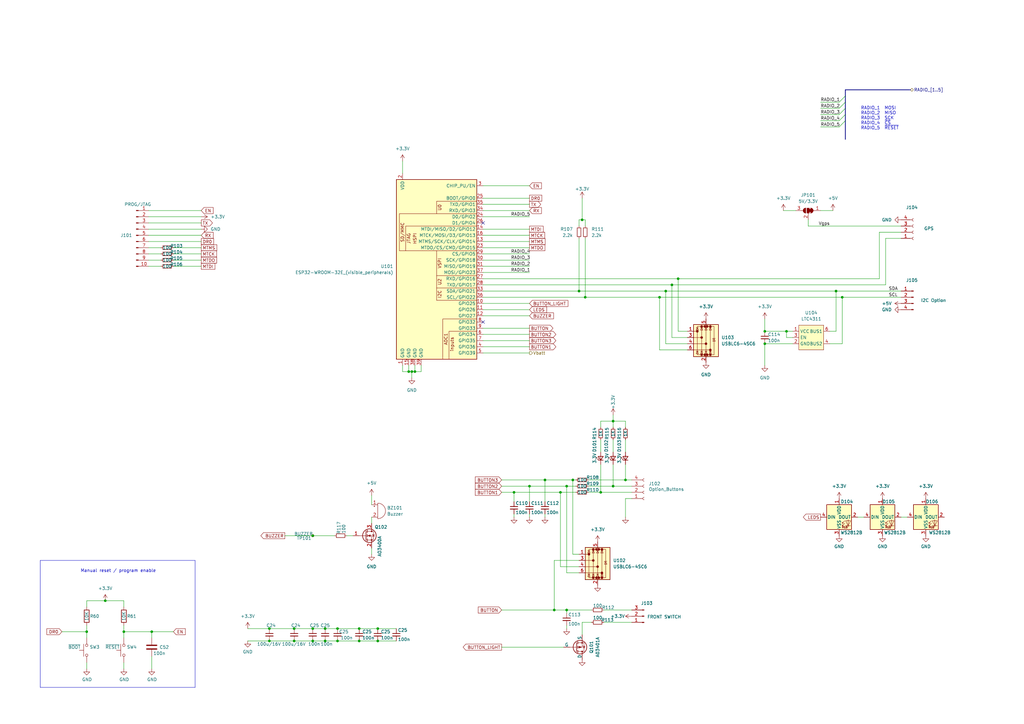
<source format=kicad_sch>
(kicad_sch (version 20231120) (generator "eeschema") (generator_version "8.0")
  (paper "A3")
  (junction (at 35.56 259.08))
  (junction (at 278.13 114.3))
  (junction (at 128.27 262.89))
  (junction (at 223.52 196.85))
  (junction (at 313.69 140.97))
  (junction (at 138.43 257.81))
  (junction (at 232.41 199.39))
  (junction (at 128.27 257.81))
  (junction (at 50.8 259.08))
  (junction (at 232.41 250.19))
  (junction (at 256.54 196.85))
  (junction (at 154.94 257.81))
  (junction (at 154.94 262.89))
  (junction (at 120.65 262.89))
  (junction (at 167.64 152.4))
  (junction (at 110.49 262.89))
  (junction (at 128.27 219.71))
  (junction (at 43.18 246.38))
  (junction (at 133.35 257.81))
  (junction (at 133.35 262.89))
  (junction (at 313.69 135.89))
  (junction (at 138.43 262.89))
  (junction (at 170.18 152.4))
  (junction (at 345.44 121.92))
  (junction (at 275.59 116.84))
  (junction (at 270.51 121.92))
  (junction (at 240.03 121.92))
  (junction (at 62.23 259.08))
  (junction (at 251.46 199.39))
  (junction (at 210.82 201.93))
  (junction (at 342.9 119.38))
  (junction (at 234.95 196.85))
  (junction (at 238.76 90.17))
  (junction (at 229.87 201.93))
  (junction (at 120.65 257.81))
  (junction (at 147.32 262.89))
  (junction (at 227.33 250.19))
  (junction (at 237.49 119.38))
  (junction (at 322.58 135.89))
  (junction (at 110.49 257.81))
  (junction (at 147.32 257.81))
  (junction (at 217.17 199.39))
  (junction (at 246.38 201.93))
  (junction (at 168.91 152.4))
  (junction (at 251.46 172.72))
  (junction (at 273.05 119.38))
  (no_connect (at 198.12 132.08))
  (no_connect (at 198.12 91.44))
  (bus_entry (at 346.71 46.99) (size -2.54 2.54))
  (bus_entry (at 346.71 49.53) (size -2.54 2.54))
  (bus_entry (at 346.71 44.45) (size -2.54 2.54))
  (bus_entry (at 346.71 41.91) (size -2.54 2.54))
  (bus_entry (at 346.71 39.37) (size -2.54 2.54))
  (wire (pts (xy 205.74 196.85) (xy 223.52 196.85)))
  (wire (pts (xy 217.17 96.52) (xy 198.12 96.52)))
  (wire (pts (xy 110.49 257.81) (xy 120.65 257.81)))
  (wire (pts (xy 198.12 129.54) (xy 217.17 129.54)))
  (wire (pts (xy 232.41 234.95) (xy 237.49 234.95)))
  (wire (pts (xy 210.82 201.93) (xy 210.82 205.74)))
  (wire (pts (xy 198.12 104.14) (xy 217.17 104.14)))
  (wire (pts (xy 82.55 109.22) (xy 71.12 109.22)))
  (wire (pts (xy 205.74 265.43) (xy 231.14 265.43)))
  (wire (pts (xy 82.55 99.06) (xy 60.96 99.06)))
  (bus (pts (xy 346.71 46.99) (xy 346.71 49.53)))
  (wire (pts (xy 240.03 121.92) (xy 270.51 121.92)))
  (wire (pts (xy 198.12 109.22) (xy 217.17 109.22)))
  (wire (pts (xy 128.27 219.71) (xy 137.16 219.71)))
  (wire (pts (xy 281.94 143.51) (xy 270.51 143.51)))
  (wire (pts (xy 363.22 97.79) (xy 363.22 116.84)))
  (wire (pts (xy 251.46 172.72) (xy 251.46 175.26)))
  (wire (pts (xy 168.91 152.4) (xy 168.91 154.94)))
  (wire (pts (xy 238.76 81.28) (xy 238.76 90.17)))
  (wire (pts (xy 82.55 101.6) (xy 71.12 101.6)))
  (wire (pts (xy 152.4 212.09) (xy 152.4 214.63)))
  (wire (pts (xy 336.55 49.53) (xy 344.17 49.53)))
  (wire (pts (xy 275.59 116.84) (xy 198.12 116.84)))
  (wire (pts (xy 237.49 229.87) (xy 227.33 229.87)))
  (wire (pts (xy 120.65 262.89) (xy 128.27 262.89)))
  (wire (pts (xy 168.91 152.4) (xy 170.18 152.4)))
  (wire (pts (xy 256.54 204.47) (xy 256.54 212.09)))
  (wire (pts (xy 217.17 210.82) (xy 217.17 212.09)))
  (wire (pts (xy 198.12 142.24) (xy 217.17 142.24)))
  (wire (pts (xy 82.55 106.68) (xy 71.12 106.68)))
  (polyline (pts (xy 16.51 229.87) (xy 80.01 229.87)))
  (wire (pts (xy 138.43 257.81) (xy 147.32 257.81)))
  (wire (pts (xy 270.51 121.92) (xy 345.44 121.92)))
  (wire (pts (xy 217.17 199.39) (xy 232.41 199.39)))
  (wire (pts (xy 232.41 250.19) (xy 242.57 250.19)))
  (wire (pts (xy 238.76 90.17) (xy 240.03 90.17)))
  (wire (pts (xy 278.13 114.3) (xy 360.68 114.3)))
  (wire (pts (xy 210.82 201.93) (xy 229.87 201.93)))
  (wire (pts (xy 116.84 219.71) (xy 128.27 219.71)))
  (wire (pts (xy 325.12 140.97) (xy 313.69 140.97)))
  (wire (pts (xy 256.54 196.85) (xy 259.08 196.85)))
  (wire (pts (xy 133.35 262.89) (xy 138.43 262.89)))
  (wire (pts (xy 322.58 138.43) (xy 322.58 135.89)))
  (wire (pts (xy 170.18 152.4) (xy 172.72 152.4)))
  (wire (pts (xy 351.79 212.09) (xy 354.33 212.09)))
  (wire (pts (xy 270.51 143.51) (xy 270.51 121.92)))
  (wire (pts (xy 325.12 135.89) (xy 322.58 135.89)))
  (wire (pts (xy 336.55 41.91) (xy 344.17 41.91)))
  (wire (pts (xy 35.56 246.38) (xy 43.18 246.38)))
  (wire (pts (xy 281.94 135.89) (xy 278.13 135.89)))
  (wire (pts (xy 82.55 88.9) (xy 60.96 88.9)))
  (wire (pts (xy 251.46 180.34) (xy 251.46 185.42)))
  (wire (pts (xy 198.12 144.78) (xy 217.17 144.78)))
  (wire (pts (xy 241.3 196.85) (xy 256.54 196.85)))
  (wire (pts (xy 50.8 256.54) (xy 50.8 259.08)))
  (wire (pts (xy 198.12 137.16) (xy 217.17 137.16)))
  (wire (pts (xy 273.05 140.97) (xy 273.05 119.38)))
  (wire (pts (xy 165.1 66.04) (xy 165.1 71.12)))
  (wire (pts (xy 66.04 101.6) (xy 60.96 101.6)))
  (wire (pts (xy 198.12 81.28) (xy 217.17 81.28)))
  (wire (pts (xy 50.8 259.08) (xy 62.23 259.08)))
  (wire (pts (xy 198.12 106.68) (xy 217.17 106.68)))
  (wire (pts (xy 340.36 135.89) (xy 342.9 135.89)))
  (wire (pts (xy 229.87 201.93) (xy 236.22 201.93)))
  (wire (pts (xy 369.57 92.71) (xy 331.47 92.71)))
  (wire (pts (xy 241.3 201.93) (xy 246.38 201.93)))
  (wire (pts (xy 133.35 257.81) (xy 138.43 257.81)))
  (wire (pts (xy 273.05 119.38) (xy 342.9 119.38)))
  (wire (pts (xy 198.12 139.7) (xy 217.17 139.7)))
  (wire (pts (xy 234.95 227.33) (xy 234.95 196.85)))
  (wire (pts (xy 232.41 256.54) (xy 232.41 257.81)))
  (wire (pts (xy 43.18 246.38) (xy 50.8 246.38)))
  (wire (pts (xy 240.03 97.79) (xy 240.03 121.92)))
  (wire (pts (xy 232.41 250.19) (xy 232.41 251.46)))
  (wire (pts (xy 232.41 250.19) (xy 227.33 250.19)))
  (wire (pts (xy 227.33 229.87) (xy 227.33 250.19)))
  (wire (pts (xy 35.56 259.08) (xy 35.56 261.62)))
  (wire (pts (xy 165.1 152.4) (xy 165.1 149.86)))
  (wire (pts (xy 152.4 227.33) (xy 152.4 224.79)))
  (wire (pts (xy 154.94 257.81) (xy 162.56 257.81)))
  (wire (pts (xy 278.13 135.89) (xy 278.13 114.3)))
  (wire (pts (xy 198.12 88.9) (xy 217.17 88.9)))
  (wire (pts (xy 251.46 190.5) (xy 251.46 199.39)))
  (wire (pts (xy 101.6 257.81) (xy 110.49 257.81)))
  (wire (pts (xy 342.9 119.38) (xy 342.9 135.89)))
  (wire (pts (xy 281.94 140.97) (xy 273.05 140.97)))
  (wire (pts (xy 128.27 257.81) (xy 133.35 257.81)))
  (wire (pts (xy 217.17 93.98) (xy 198.12 93.98)))
  (wire (pts (xy 237.49 227.33) (xy 234.95 227.33)))
  (wire (pts (xy 50.8 261.62) (xy 50.8 259.08)))
  (wire (pts (xy 198.12 119.38) (xy 237.49 119.38)))
  (wire (pts (xy 35.56 246.38) (xy 35.56 248.92)))
  (wire (pts (xy 82.55 91.44) (xy 60.96 91.44)))
  (wire (pts (xy 223.52 196.85) (xy 234.95 196.85)))
  (wire (pts (xy 82.55 96.52) (xy 60.96 96.52)))
  (wire (pts (xy 152.4 203.2) (xy 152.4 207.01)))
  (wire (pts (xy 237.49 119.38) (xy 273.05 119.38)))
  (wire (pts (xy 251.46 199.39) (xy 259.08 199.39)))
  (wire (pts (xy 229.87 232.41) (xy 237.49 232.41)))
  (wire (pts (xy 35.56 274.32) (xy 35.56 271.78)))
  (wire (pts (xy 247.65 250.19) (xy 259.08 250.19)))
  (wire (pts (xy 198.12 124.46) (xy 217.17 124.46)))
  (wire (pts (xy 101.6 262.89) (xy 110.49 262.89)))
  (wire (pts (xy 217.17 199.39) (xy 217.17 205.74)))
  (wire (pts (xy 35.56 259.08) (xy 25.4 259.08)))
  (wire (pts (xy 62.23 259.08) (xy 62.23 261.62)))
  (wire (pts (xy 247.65 255.27) (xy 259.08 255.27)))
  (wire (pts (xy 246.38 175.26) (xy 246.38 172.72)))
  (wire (pts (xy 322.58 135.89) (xy 313.69 135.89)))
  (wire (pts (xy 313.69 140.97) (xy 313.69 149.86)))
  (wire (pts (xy 66.04 104.14) (xy 60.96 104.14)))
  (wire (pts (xy 340.36 140.97) (xy 345.44 140.97)))
  (wire (pts (xy 170.18 152.4) (xy 170.18 149.86)))
  (wire (pts (xy 110.49 262.89) (xy 120.65 262.89)))
  (wire (pts (xy 205.74 250.19) (xy 227.33 250.19)))
  (wire (pts (xy 198.12 134.62) (xy 217.17 134.62)))
  (wire (pts (xy 229.87 201.93) (xy 229.87 232.41)))
  (wire (pts (xy 325.12 138.43) (xy 322.58 138.43)))
  (wire (pts (xy 142.24 219.71) (xy 144.78 219.71)))
  (wire (pts (xy 128.27 262.89) (xy 133.35 262.89)))
  (wire (pts (xy 341.63 86.36) (xy 336.55 86.36)))
  (wire (pts (xy 256.54 190.5) (xy 256.54 196.85)))
  (wire (pts (xy 278.13 114.3) (xy 198.12 114.3)))
  (wire (pts (xy 241.3 199.39) (xy 251.46 199.39)))
  (wire (pts (xy 50.8 246.38) (xy 50.8 248.92)))
  (wire (pts (xy 326.39 86.36) (xy 321.31 86.36)))
  (wire (pts (xy 147.32 262.89) (xy 154.94 262.89)))
  (polyline (pts (xy 80.01 281.94) (xy 16.51 281.94)))
  (wire (pts (xy 246.38 201.93) (xy 259.08 201.93)))
  (wire (pts (xy 251.46 170.18) (xy 251.46 172.72)))
  (wire (pts (xy 256.54 180.34) (xy 256.54 185.42)))
  (wire (pts (xy 369.57 212.09) (xy 372.11 212.09)))
  (wire (pts (xy 66.04 109.22) (xy 60.96 109.22)))
  (wire (pts (xy 256.54 172.72) (xy 256.54 175.26)))
  (wire (pts (xy 198.12 127) (xy 217.17 127)))
  (bus (pts (xy 373.38 36.83) (xy 346.71 36.83)))
  (wire (pts (xy 217.17 99.06) (xy 198.12 99.06)))
  (wire (pts (xy 281.94 138.43) (xy 275.59 138.43)))
  (wire (pts (xy 165.1 152.4) (xy 167.64 152.4)))
  (wire (pts (xy 223.52 196.85) (xy 223.52 205.74)))
  (polyline (pts (xy 16.51 281.94) (xy 16.51 229.87)))
  (wire (pts (xy 275.59 116.84) (xy 275.59 138.43)))
  (wire (pts (xy 167.64 152.4) (xy 168.91 152.4)))
  (wire (pts (xy 369.57 95.25) (xy 360.68 95.25)))
  (wire (pts (xy 237.49 90.17) (xy 238.76 90.17)))
  (wire (pts (xy 205.74 199.39) (xy 217.17 199.39)))
  (wire (pts (xy 246.38 190.5) (xy 246.38 201.93)))
  (wire (pts (xy 232.41 199.39) (xy 236.22 199.39)))
  (wire (pts (xy 35.56 256.54) (xy 35.56 259.08)))
  (wire (pts (xy 82.55 104.14) (xy 71.12 104.14)))
  (wire (pts (xy 238.76 255.27) (xy 242.57 255.27)))
  (wire (pts (xy 313.69 135.89) (xy 313.69 130.81)))
  (wire (pts (xy 336.55 46.99) (xy 344.17 46.99)))
  (wire (pts (xy 198.12 111.76) (xy 217.17 111.76)))
  (wire (pts (xy 217.17 101.6) (xy 198.12 101.6)))
  (wire (pts (xy 240.03 90.17) (xy 240.03 92.71)))
  (wire (pts (xy 360.68 95.25) (xy 360.68 114.3)))
  (wire (pts (xy 237.49 90.17) (xy 237.49 92.71)))
  (bus (pts (xy 346.71 36.83) (xy 346.71 39.37)))
  (wire (pts (xy 259.08 204.47) (xy 256.54 204.47)))
  (wire (pts (xy 147.32 257.81) (xy 154.94 257.81)))
  (wire (pts (xy 62.23 269.24) (xy 62.23 274.32)))
  (wire (pts (xy 234.95 196.85) (xy 236.22 196.85)))
  (polyline (pts (xy 80.01 229.87) (xy 80.01 281.94)))
  (wire (pts (xy 154.94 262.89) (xy 162.56 262.89)))
  (wire (pts (xy 82.55 86.36) (xy 60.96 86.36)))
  (wire (pts (xy 62.23 259.08) (xy 71.12 259.08)))
  (wire (pts (xy 251.46 172.72) (xy 256.54 172.72)))
  (bus (pts (xy 346.71 41.91) (xy 346.71 44.45)))
  (wire (pts (xy 275.59 116.84) (xy 363.22 116.84)))
  (wire (pts (xy 50.8 274.32) (xy 50.8 271.78)))
  (wire (pts (xy 217.17 86.36) (xy 198.12 86.36)))
  (wire (pts (xy 336.55 52.07) (xy 344.17 52.07)))
  (wire (pts (xy 138.43 262.89) (xy 147.32 262.89)))
  (wire (pts (xy 237.49 97.79) (xy 237.49 119.38)))
  (wire (pts (xy 217.17 83.82) (xy 198.12 83.82)))
  (wire (pts (xy 246.38 180.34) (xy 246.38 185.42)))
  (wire (pts (xy 217.17 76.2) (xy 198.12 76.2)))
  (wire (pts (xy 246.38 172.72) (xy 251.46 172.72)))
  (wire (pts (xy 172.72 149.86) (xy 172.72 152.4)))
  (wire (pts (xy 210.82 210.82) (xy 210.82 212.09)))
  (wire (pts (xy 223.52 210.82) (xy 223.52 212.09)))
  (wire (pts (xy 369.57 97.79) (xy 363.22 97.79)))
  (wire (pts (xy 167.64 149.86) (xy 167.64 152.4)))
  (wire (pts (xy 345.44 121.92) (xy 369.57 121.92)))
  (wire (pts (xy 198.12 121.92) (xy 240.03 121.92)))
  (wire (pts (xy 205.74 201.93) (xy 210.82 201.93)))
  (wire (pts (xy 331.47 90.17) (xy 331.47 92.71)))
  (wire (pts (xy 66.04 106.68) (xy 60.96 106.68)))
  (wire (pts (xy 336.55 44.45) (xy 344.17 44.45)))
  (wire (pts (xy 120.65 257.81) (xy 128.27 257.81)))
  (wire (pts (xy 232.41 199.39) (xy 232.41 234.95)))
  (bus (pts (xy 346.71 49.53) (xy 346.71 57.15)))
  (bus (pts (xy 346.71 39.37) (xy 346.71 41.91)))
  (bus (pts (xy 346.71 44.45) (xy 346.71 46.99)))
  (wire (pts (xy 345.44 121.92) (xy 345.44 140.97)))
  (wire (pts (xy 342.9 119.38) (xy 369.57 119.38)))
  (wire (pts (xy 238.76 260.35) (xy 238.76 255.27)))
  (wire (pts (xy 82.55 93.98) (xy 60.96 93.98)))
  (text "RADIO_1  MOSI\nRADIO_2  MISO\nRADIO_3  SCK\nRADIO_4  ~{CS}\nRADIO_5  ~{RESET}\n" (at 353.06 53.34 0) (effects (font (size 1.27 1.27)) (justify left bottom)))
  (text "Manual reset / program enable" (at 33.02 234.95 0) (effects (font (size 1.27 1.27)) (justify left bottom)))
  (label "RADIO_2" (at 209.55 109.22 0))
  (label "RADIO_3" (at 336.55 46.99 0))
  (label "SCL" (at 364.49 121.92 0))
  (label "RADIO_4" (at 209.55 104.14 0))
  (label "RADIO_5" (at 336.55 52.07 0))
  (label "RADIO_5" (at 209.55 88.9 0))
  (label "RADIO_1" (at 209.55 111.76 0))
  (label "RADIO_2" (at 336.55 44.45 0))
  (label "RADIO_3" (at 209.55 106.68 0))
  (label "SDA" (at 364.49 119.38 0))
  (label "RADIO_4" (at 336.55 49.53 0))
  (label "Vgps" (at 340.36 92.71 180))
  (label "RADIO_1" (at 336.55 41.91 0))
  (global_label "MTDO" (shape passive) (at 82.55 106.68 0) (property "Intersheetrefs" "${INTERSHEET_REFS}" (effects (hide yes))))
  (global_label "MTDI" (shape passive) (at 217.17 93.98 0) (property "Intersheetrefs" "${INTERSHEET_REFS}" (effects (hide yes))))
  (global_label "MTMS" (shape passive) (at 82.55 101.6 0) (property "Intersheetrefs" "${INTERSHEET_REFS}" (effects (hide yes))))
  (global_label "MTCK" (shape passive) (at 82.55 104.14 0) (property "Intersheetrefs" "${INTERSHEET_REFS}" (effects (hide yes))))
  (global_label "BUTTON" (shape input) (at 205.74 250.19 180) (property "Intersheetrefs" "${INTERSHEET_REFS}" (effects (hide yes))))
  (global_label "MTDI" (shape passive) (at 82.55 109.22 0) (property "Intersheetrefs" "${INTERSHEET_REFS}" (effects (hide yes))))
  (global_label "MTCK" (shape passive) (at 217.17 96.52 0) (property "Intersheetrefs" "${INTERSHEET_REFS}" (effects (hide yes))))
  (global_label "BUTTON1" (shape input) (at 205.74 201.93 180) (property "Intersheetrefs" "${INTERSHEET_REFS}" (effects (hide yes))))
  (global_label "BUTTON2" (shape output) (at 217.17 137.16 0) (property "Intersheetrefs" "${INTERSHEET_REFS}" (effects (hide yes))))
  (global_label "BUTTON_LIGHT" (shape output) (at 205.74 265.43 180) (property "Intersheetrefs" "${INTERSHEET_REFS}" (effects (hide yes))))
  (global_label "TX" (shape output) (at 82.55 91.44 0) (property "Intersheetrefs" "${INTERSHEET_REFS}" (effects (hide yes))))
  (global_label "BUTTON3" (shape output) (at 217.17 139.7 0) (property "Intersheetrefs" "${INTERSHEET_REFS}" (effects (hide yes))))
  (global_label "DR0" (shape input) (at 25.4 259.08 180) (property "Intersheetrefs" "${INTERSHEET_REFS}" (effects (hide yes))))
  (global_label "EN" (shape input) (at 71.12 259.08 0) (property "Intersheetrefs" "${INTERSHEET_REFS}" (effects (hide yes))))
  (global_label "MTDO" (shape passive) (at 217.17 101.6 0) (property "Intersheetrefs" "${INTERSHEET_REFS}" (effects (hide yes))))
  (global_label "BUTTON" (shape output) (at 217.17 134.62 0) (property "Intersheetrefs" "${INTERSHEET_REFS}" (effects (hide yes))))
  (global_label "TX" (shape output) (at 217.17 83.82 0) (property "Intersheetrefs" "${INTERSHEET_REFS}" (effects (hide yes))))
  (global_label "BUTTON3" (shape input) (at 205.74 196.85 180) (property "Intersheetrefs" "${INTERSHEET_REFS}" (effects (hide yes))))
  (global_label "BUTTON2" (shape input) (at 205.74 199.39 180) (property "Intersheetrefs" "${INTERSHEET_REFS}" (effects (hide yes))))
  (global_label "BUZZER" (shape output) (at 116.84 219.71 180) (property "Intersheetrefs" "${INTERSHEET_REFS}" (effects (hide yes))))
  (global_label "EN" (shape input) (at 217.17 76.2 0) (property "Intersheetrefs" "${INTERSHEET_REFS}" (effects (hide yes))))
  (global_label "BUZZER" (shape input) (at 217.17 129.54 0) (property "Intersheetrefs" "${INTERSHEET_REFS}" (effects (hide yes))))
  (global_label "BUTTON1" (shape output) (at 217.17 142.24 0) (property "Intersheetrefs" "${INTERSHEET_REFS}" (effects (hide yes))))
  (global_label "BUTTON_LIGHT" (shape input) (at 217.17 124.46 0) (property "Intersheetrefs" "${INTERSHEET_REFS}" (effects (hide yes))))
  (global_label "RX" (shape input) (at 82.55 96.52 0) (property "Intersheetrefs" "${INTERSHEET_REFS}" (effects (hide yes))))
  (global_label "EN" (shape input) (at 82.55 86.36 0) (property "Intersheetrefs" "${INTERSHEET_REFS}" (effects (hide yes))))
  (global_label "LEDS" (shape output) (at 336.55 212.09 180) (property "Intersheetrefs" "${INTERSHEET_REFS}" (effects (hide yes))))
  (global_label "RX" (shape input) (at 217.17 86.36 0) (property "Intersheetrefs" "${INTERSHEET_REFS}" (effects (hide yes))))
  (global_label "MTMS" (shape passive) (at 217.17 99.06 0) (property "Intersheetrefs" "${INTERSHEET_REFS}" (effects (hide yes))))
  (global_label "DR0" (shape passive) (at 217.17 81.28 0) (property "Intersheetrefs" "${INTERSHEET_REFS}" (effects (hide yes))))
  (global_label "LEDS" (shape input) (at 217.17 127 0) (property "Intersheetrefs" "${INTERSHEET_REFS}" (effects (hide yes))))
  (global_label "DR0" (shape passive) (at 82.55 99.06 0) (property "Intersheetrefs" "${INTERSHEET_REFS}" (effects (hide yes))))
  (hierarchical_label "Vbatt" (shape output) (at 217.17 144.78 0))
  (hierarchical_label "RADIO_[1..5]" (shape bidirectional) (at 373.38 36.83 0))
  (symbol (lib_id "power:GND") (at 369.57 90.17 270) (mirror x) (unit 1)
    (property "Reference" "#PWR0132" (effects (hide yes)))
    (property "Value" "GND" (at 365.76 90.1699 90) (effects (justify right)))
  )
  (symbol (lib_id "Device:C_Small") (at 217.17 208.28 0) (unit 1)
    (property "Reference" "C111" (at 217.805 206.375 0) (effects (justify left)))
    (property "Value" "100n" (at 217.805 210.185 0) (effects (justify left)))
    (property "Footprint" "A_Device:C_0603" (effects (hide yes)))
    (property "LCSC" "C14663" (effects (hide yes)))
  )
  (symbol (lib_id "Device:LED_Small") (at 246.38 187.96 90) (unit 1)
    (property "Reference" "D101" (at 243.84 182.88 0))
    (property "Value" "3.3V" (at 243.84 187.96 0))
    (property "Footprint" "A_Device:LED_0805" (effects (hide yes)))
    (property "Datasheet" "https://datasheet.lcsc.com/szlcsc/Hubei-KENTO-Elec-KT-0603R_C2286.pdf" (effects (hide yes)))
    (property "LCSC" "C2297" (effects (hide yes)))
  )
  (symbol (lib_id "power:+3.3V") (at 43.18 246.38 0) (unit 1)
    (property "Reference" "#PWR0102" (effects (hide yes)))
    (property "Value" "+3.3V" (at 43.18 241.3 0))
  )
  (symbol (lib_id "Device:C_Small") (at 210.82 208.28 0) (unit 1)
    (property "Reference" "C110" (at 211.455 206.375 0) (effects (justify left)))
    (property "Value" "100n" (at 211.455 210.185 0) (effects (justify left)))
    (property "Footprint" "A_Device:C_0603" (effects (hide yes)))
    (property "LCSC" "C14663" (effects (hide yes)))
  )
  (symbol (lib_id "Jumper:SolderJumper_3_Bridged12") (at 331.47 86.36 0) (mirror y) (unit 1)
    (property "Reference" "JP101" (at 331.47 80.01 0))
    (property "Value" "5V/3.3V" (at 331.47 82.55 0))
    (property "Footprint" "Jumper:SolderJumper-3_P1.3mm_Bridged12_RoundedPad1.0x1.5mm" (effects (hide yes)))
  )
  (symbol (lib_id "Device:C_Small") (at 120.65 260.35 0) (unit 1)
    (property "Reference" "C24" (at 119.38 256.54 0) (effects (justify left)))
    (property "Value" "100u/16V" (at 115.57 264.16 0) (effects (justify left)))
    (property "Footprint" "Capacitor_SMD:C_1210_3225Metric" (effects (hide yes)))
    (property "LCSC" "C90143" (effects (hide yes)))
    (instances (project "NIKOLA-02-E-001_PCAScannerController_R1" (path "" (reference "C24") (unit 1))) (project "Robuoy-Top" (path "" (reference "C103") (unit 1))))
  )
  (symbol (lib_id "Device:R_Small") (at 245.11 250.19 90) (mirror x) (unit 1)
    (property "Reference" "R112" (at 249.428 249.174 90))
    (property "Value" "100" (at 245.11 248.412 90))
    (property "Footprint" "A_Device:R_0603" (effects (hide yes)))
    (property "LCSC" "C22775" (effects (hide yes)))
  )
  (symbol (lib_id "NicE:LTC4311") (at 332.74 138.43 0) (unit 1)
    (property "Reference" "U104" (at 332.74 128.27 0))
    (property "Value" "LTC4311" (at 332.74 130.81 0))
    (property "Footprint" "Package_TO_SOT_SMD:Texas_R-PDSO-G6" (effects (hide yes)))
    (property "Datasheet" "https://wmsc.lcsc.com/wmsc/upload/file/pdf/v2/lcsc/2110081830_Analog-Devices-LTC4311CSC6-TRPBF_C580856.pdf" (effects (hide yes)))
    (property "Description" "Accelerator 1 I2C SC-70-6 Signal Buffers, Repeaters, Splitters ROHS" (effects (hide yes)))
    (property "LCSC" "C580856" (effects (hide yes)))
  )
  (symbol (lib_id "power:GND") (at 50.8 274.32 0) (unit 1)
    (property "Reference" "#PWR0123" (effects (hide yes)))
    (property "Value" "GND" (at 50.927 278.7142 0))
    (instances (project "Smartbox4.0_V1.3" (path "" (reference "#PWR0123") (unit 1))) (project "Robuoy-Top" (path "" (reference "#PWR0103") (unit 1))))
  )
  (symbol (lib_id "power:GND") (at 361.95 219.71 0) (unit 1)
    (property "Reference" "#PWR0131" (effects (hide yes)))
    (property "Value" "GND" (at 361.95 224.155 0))
  )
  (symbol (lib_id "Switch:SW_Push") (at 50.8 266.7 90) (unit 1) (in_bom no)
    (property "Reference" "SW4" (at 52.0192 265.3792 90) (effects (justify right)))
    (property "Value" "~{RESET}" (at 43.18 265.43 90) (effects (justify right)))
    (property "Footprint" "Connector_PinHeader_2.54mm:PinHeader_1x02_P2.54mm_Vertical" (effects (hide yes)))
    (property "Farnell" "-" (effects (hide yes)))
    (instances (project "Smartbox4.0_V1.3" (path "" (reference "SW4") (unit 1))) (project "Robuoy-Top" (path "" (reference "SW102") (unit 1))))
  )
  (symbol (lib_id "Device:C_Small") (at 162.56 260.35 0) (unit 1)
    (property "Reference" "C25" (at 163.195 258.445 0) (effects (justify left)))
    (property "Value" "100n" (at 163.195 262.255 0) (effects (justify left)))
    (property "Footprint" "A_Device:C_0603" (effects (hide yes)))
    (property "LCSC" "C14663" (effects (hide yes)))
    (instances (project "NIKOLA-02-E-001_PCAScannerController_R1" (path "" (reference "C25") (unit 1))) (project "Robuoy-Top" (path "" (reference "C109") (unit 1))))
  )
  (symbol (lib_id "Connector:Conn_01x04_Pin") (at 374.65 121.92 0) (mirror y) (unit 1)
    (property "Reference" "J105" (at 374.015 114.935 0))
    (property "Value" "I2C Option" (at 382.905 123.19 0))
    (property "Footprint" "Connector_PinSocket_2.54mm:PinSocket_1x04_P2.54mm_Vertical" (effects (hide yes)))
    (property "LCSC" "C2718488" (effects (hide yes)))
  )
  (symbol (lib_id "power:+5V") (at 341.63 86.36 0) (mirror y) (unit 1)
    (property "Reference" "#PWR0127" (effects (hide yes)))
    (property "Value" "+5V" (at 341.63 81.28 0))
  )
  (symbol (lib_id "power:GND") (at 210.82 212.09 0) (mirror y) (unit 1)
    (property "Reference" "#PWR0111" (effects (hide yes)))
    (property "Value" "GND" (effects (hide yes)))
  )
  (symbol (lib_id "Device:R") (at 50.8 252.73 0) (unit 1)
    (property "Reference" "R61" (at 52.07 252.73 0) (effects (justify left)))
    (property "Value" "10K" (at 50.8 252.73 90))
    (property "Footprint" "A_Device:R_0603" (effects (hide yes)))
    (property "Farnell" "2331736" (effects (hide yes)))
    (property "MF" "TE CONNECTIVITY" (effects (hide yes)))
    (property "MFN" "CRGH0603F10K" (effects (hide yes)))
    (property "LCSC" "C25804" (effects (hide yes)))
    (instances (project "Smartbox4.0_V1.3" (path "" (reference "R61") (unit 1))) (project "Robuoy-Top" (path "" (reference "R102") (unit 1))))
  )
  (symbol (lib_id "power:GND") (at 217.17 212.09 0) (mirror y) (unit 1)
    (property "Reference" "#PWR0112" (effects (hide yes)))
    (property "Value" "GND" (effects (hide yes)))
  )
  (symbol (lib_id "Connector:Conn_01x04_Socket") (at 264.16 201.93 0) (mirror x) (unit 1)
    (property "Reference" "J102" (at 268.478 198.374 0))
    (property "Value" "Option_Buttons" (at 273.304 200.66 0))
    (property "Footprint" "Connector_JST:JST_XH_B4B-XH-A_1x04_P2.50mm_Vertical" (effects (hide yes)))
    (property "LCSC" "C5341203" (effects (hide yes)))
  )
  (symbol (lib_id "Connector:Conn_01x03_Pin") (at 264.16 252.73 180) (unit 1)
    (property "Reference" "J103" (at 262.89 247.396 0) (effects (justify right)))
    (property "Value" "FRONT SWITCH" (at 265.43 252.984 0) (effects (justify right)))
    (property "Footprint" "Connector_JST:JST_XH_B4B-XH-A_1x04_P2.50mm_Vertical" (effects (hide yes)))
    (property "Description" "Generic connector, single row, 01x03, script generated" (effects (hide yes)))
    (property "LCSC" "C5341202" (effects (hide yes)))
  )
  (symbol (lib_id "Device:R_Small") (at 237.49 95.25 0) (mirror y) (unit 1)
    (property "Reference" "R107" (at 234.95 93.98 0) (effects (justify left)))
    (property "Value" "2.2k" (at 234.95 96.52 0) (effects (justify left)))
    (property "Footprint" "A_Device:R_0603" (effects (hide yes)))
  )
  (symbol (lib_id "Device:R_Small") (at 68.58 101.6 90) (unit 1)
    (property "Reference" "R103" (at 72.39 100.838 90))
    (property "Value" "100" (at 68.58 101.6 90))
    (property "Footprint" "A_Device:R_0603" (effects (hide yes)))
    (property "Description" "Resistor, small symbol" (effects (hide yes)))
    (property "LCSC" "C22775" (effects (hide yes)))
  )
  (symbol (lib_id "power:+3.3V") (at 313.69 130.81 0) (mirror y) (unit 1)
    (property "Reference" "#PWR0124" (effects (hide yes)))
    (property "Value" "+3.3V" (at 313.69 125.73 0))
  )
  (symbol (lib_id "Device:C_Small") (at 110.49 260.35 0) (unit 1)
    (property "Reference" "C24" (at 109.22 256.54 0) (effects (justify left)))
    (property "Value" "100u/16V" (at 105.41 264.16 0) (effects (justify left)))
    (property "Footprint" "Capacitor_SMD:C_1210_3225Metric" (effects (hide yes)))
    (property "LCSC" "C90143" (effects (hide yes)))
    (instances (project "NIKOLA-02-E-001_PCAScannerController_R1" (path "" (reference "C24") (unit 1))) (project "Robuoy-Top" (path "" (reference "C102") (unit 1))))
  )
  (symbol (lib_id "Device:R_Small") (at 251.46 177.8 0) (unit 1)
    (property "Reference" "R115" (at 248.92 177.8 90))
    (property "Value" "1K" (at 251.46 177.8 90))
    (property "Footprint" "A_Device:R_0603" (effects (hide yes)))
    (property "LCSC" "C21190" (effects (hide yes)))
  )
  (symbol (lib_id "power:GND") (at 35.56 274.32 0) (unit 1)
    (property "Reference" "#PWR081" (effects (hide yes)))
    (property "Value" "GND" (at 35.687 278.7142 0))
    (instances (project "Smartbox4.0_V1.3" (path "" (reference "#PWR081") (unit 1))) (project "Robuoy-Top" (path "" (reference "#PWR0101") (unit 1))))
  )
  (symbol (lib_id "Device:C_Small") (at 223.52 208.28 0) (unit 1)
    (property "Reference" "C112" (at 224.155 206.375 0) (effects (justify left)))
    (property "Value" "100n" (at 224.155 210.185 0) (effects (justify left)))
    (property "Footprint" "A_Device:C_0603" (effects (hide yes)))
    (property "LCSC" "C14663" (effects (hide yes)))
  )
  (symbol (lib_id "Device:R_Small") (at 238.76 199.39 90) (mirror x) (unit 1)
    (property "Reference" "R109" (at 243.078 198.374 90))
    (property "Value" "100" (at 238.76 199.39 90))
    (property "Footprint" "A_Device:R_0603" (effects (hide yes)))
    (property "LCSC" "C22775" (effects (hide yes)))
  )
  (symbol (lib_id "Device:R_Small") (at 240.03 95.25 0) (unit 1)
    (property "Reference" "R111" (at 242.57 93.98 0) (effects (justify left)))
    (property "Value" "2.2k" (at 242.57 96.52 0) (effects (justify left)))
    (property "Footprint" "A_Device:R_0603" (effects (hide yes)))
  )
  (symbol (lib_id "Device:R_Small") (at 68.58 104.14 90) (unit 1)
    (property "Reference" "R104" (at 72.39 103.378 90))
    (property "Value" "100" (at 68.58 104.14 90))
    (property "Footprint" "A_Device:R_0603" (effects (hide yes)))
    (property "Description" "Resistor, small symbol" (effects (hide yes)))
    (property "LCSC" "C22775" (effects (hide yes)))
  )
  (symbol (lib_id "Device:C_Small") (at 133.35 260.35 0) (unit 1)
    (property "Reference" "C25" (at 131.445 256.54 0) (effects (justify left)))
    (property "Value" "100n" (at 131.445 264.16 0) (effects (justify left)))
    (property "Footprint" "A_Device:C_0603" (effects (hide yes)))
    (property "LCSC" "C14663" (effects (hide yes)))
    (instances (project "NIKOLA-02-E-001_PCAScannerController_R1" (path "" (reference "C25") (unit 1))) (project "Robuoy-Top" (path "" (reference "C105") (unit 1))))
  )
  (symbol (lib_id "power:+3.3V") (at 245.11 222.25 0) (unit 1)
    (property "Reference" "#PWR0117" (effects (hide yes)))
    (property "Value" "+3.3V" (at 245.11 217.17 0))
  )
  (symbol (lib_id "Device:R_Small") (at 238.76 201.93 90) (mirror x) (unit 1)
    (property "Reference" "R110" (at 243.078 200.914 90))
    (property "Value" "100" (at 238.76 201.93 90))
    (property "Footprint" "A_Device:R_0603" (effects (hide yes)))
    (property "LCSC" "C22775" (effects (hide yes)))
  )
  (symbol (lib_id "power:GND") (at 379.73 219.71 0) (unit 1)
    (property "Reference" "#PWR0136" (effects (hide yes)))
    (property "Value" "GND" (at 379.73 224.155 0))
  )
  (symbol (lib_id "Device:R_Small") (at 68.58 106.68 90) (unit 1)
    (property "Reference" "R105" (at 72.39 105.918 90))
    (property "Value" "100" (at 68.58 106.68 90))
    (property "Footprint" "A_Device:R_0603" (effects (hide yes)))
    (property "Description" "Resistor, small symbol" (effects (hide yes)))
    (property "LCSC" "C22775" (effects (hide yes)))
  )
  (symbol (lib_id "LED:WS2812B") (at 344.17 212.09 0) (unit 1)
    (property "Reference" "D104" (at 347.345 205.74 0))
    (property "Value" "WS2812B" (at 349.25 218.44 0))
    (property "Footprint" "LED_SMD:LED_WS2812B_PLCC4_5.0x5.0mm_P3.2mm" (effects (hide yes)))
    (property "Datasheet" "https://cdn-shop.adafruit.com/datasheets/WS2812B.pdf" (effects (hide yes)))
    (property "LCSC" "C2843785" (effects (hide yes)))
  )
  (symbol (lib_id "power:GND") (at 369.57 127 270) (mirror x) (unit 1)
    (property "Reference" "#PWR0134" (effects (hide yes)))
    (property "Value" "GND" (at 365.76 127 90) (effects (justify right)))
  )
  (symbol (lib_id "Connector:TestPoint_Small") (at 128.27 219.71 0) (unit 1) (in_bom no)
    (property "Reference" "TP101" (at 121.666 220.726 0) (effects (justify left)))
    (property "Value" "BUZZER" (at 120.65 218.948 0) (effects (justify left)))
    (property "Footprint" "A_Pads_Pins:Testpad_2" (effects (hide yes)))
    (property "Description" "test point" (effects (hide yes)))
  )
  (symbol (lib_id "power:GND") (at 245.11 240.03 0) (mirror y) (unit 1)
    (property "Reference" "#PWR0118" (effects (hide yes)))
    (property "Value" "GND" (effects (hide yes)))
  )
  (symbol (lib_id "power:+3.3V") (at 289.56 130.81 0) (mirror y) (unit 1)
    (property "Reference" "#PWR0122" (effects (hide yes)))
    (property "Value" "+3.3V" (at 289.56 125.73 0))
  )
  (symbol (lib_id "power:GND") (at 238.76 270.51 0) (mirror y) (unit 1)
    (property "Reference" "#PWR0116" (effects (hide yes)))
    (property "Value" "GND" (effects (hide yes)))
  )
  (symbol (lib_id "power:+5V") (at 369.57 124.46 90) (mirror x) (unit 1)
    (property "Reference" "#PWR0133" (effects (hide yes)))
    (property "Value" "+5V" (at 365.76 124.4599 90) (effects (justify left)))
  )
  (symbol (lib_id "Airsupplies:ESP32-WROOM-32E_(visible_peripherals)") (at 179.07 110.49 0) (unit 1)
    (property "Reference" "U101" (at 161.29 109.22 0) (effects (justify right)))
    (property "Value" "ESP32-WROOM-32E_(visible_peripherals)" (at 161.29 111.76 0) (effects (justify right)))
    (property "Footprint" "A_Module:ESP32-WROOM-32" (effects (hide yes)))
    (property "LCSC" "C82899" (effects (hide yes)))
  )
  (symbol (lib_id "Device:Buzzer") (at 154.94 209.55 0) (unit 1)
    (property "Reference" "BZ101" (at 158.75 208.2799 0) (effects (justify left)))
    (property "Value" "Buzzer" (at 158.75 210.8199 0) (effects (justify left)))
    (property "Footprint" "A_Misc:Buzzer-12x6.5x5.2" (effects (hide yes)))
    (property "Description" "Buzzer, polarized" (effects (hide yes)))
    (property "LCSC" "C968749" (effects (hide yes)))
  )
  (symbol (lib_id "power:+3.3V") (at 101.6 257.81 0) (unit 1)
    (property "Reference" "#PWR0107" (effects (hide yes)))
    (property "Value" "+3.3V" (at 101.6 252.73 0))
  )
  (symbol (lib_id "power:GND") (at 152.4 227.33 0) (mirror y) (unit 1)
    (property "Reference" "#PWR0138" (effects (hide yes)))
    (property "Value" "GND" (at 152.4 232.41 0))
  )
  (symbol (lib_id "power:GND") (at 289.56 148.59 0) (mirror y) (unit 1)
    (property "Reference" "#PWR0123" (effects (hide yes)))
    (property "Value" "GND" (at 289.56 153.67 0))
  )
  (symbol (lib_id "power:GND") (at 232.41 257.81 0) (mirror y) (unit 1)
    (property "Reference" "#PWR0114" (effects (hide yes)))
    (property "Value" "GND" (effects (hide yes)))
  )
  (symbol (lib_id "Simulation_SPICE:PMOS") (at 236.22 265.43 0) (mirror x) (unit 1)
    (property "Reference" "Q101" (at 242.57 265.43 90))
    (property "Value" "A03401A" (at 245.11 265.43 90))
    (property "Footprint" "Package_TO_SOT_SMD:SOT-23" (effects (hide yes)))
    (property "Datasheet" "https://ngspice.sourceforge.io/docs/ngspice-html-manual/manual.xhtml#cha_MOSFETs" (effects (hide yes)))
    (property "Description" "P-MOSFET transistor, drain/source/gate" (effects (hide yes)))
    (property "Sim.Device" "PMOS" (effects (hide yes)))
    (property "Sim.Type" "VDMOS" (effects (hide yes)))
    (property "Sim.Pins" "1=D 2=G 3=S" (effects (hide yes)))
    (property "LCSC" "C15127" (effects (hide yes)))
  )
  (symbol (lib_id "Device:C") (at 62.23 265.43 0) (unit 1)
    (property "Reference" "C52" (at 65.405 265.43 0) (effects (justify left)))
    (property "Value" "100n" (at 62.865 267.97 0) (effects (justify left)))
    (property "Footprint" "A_Device:C_0603" (effects (hide yes)))
    (property "LCSC" "C14663" (effects (hide yes)))
    (instances (project "Smartbox4.0_V1.3" (path "" (reference "C52") (unit 1))) (project "Robuoy-Top" (path "" (reference "C101") (unit 1))))
  )
  (symbol (lib_id "Power_Protection:USBLC6-4SC6") (at 245.11 229.87 0) (unit 1)
    (property "Reference" "U102" (at 251.46 229.8699 0) (effects (justify left)))
    (property "Value" "USBLC6-4SC6" (at 251.46 232.4099 0) (effects (justify left)))
    (property "Footprint" "Package_TO_SOT_SMD:SOT-23-6" (effects (hide yes)))
    (property "Datasheet" "https://www.st.com/resource/en/datasheet/usblc6-4.pdf" (effects (hide yes)))
    (property "Description" "Very low capacitance ESD protection diode, 4 data-line, SOT-23-6" (effects (hide yes)))
    (property "LCSC" "C5197386" (effects (hide yes)))
  )
  (symbol (lib_id "power:+3.3V") (at 251.46 170.18 0) (unit 1)
    (property "Reference" "#PWR0119" (effects (hide yes)))
    (property "Value" "+3.3V" (at 251.46 161.925 90) (effects (justify right)))
  )
  (symbol (lib_id "Device:R") (at 35.56 252.73 0) (unit 1)
    (property "Reference" "R60" (at 36.83 252.73 0) (effects (justify left)))
    (property "Value" "10K" (at 35.56 252.73 90))
    (property "Footprint" "A_Device:R_0603" (effects (hide yes)))
    (property "Farnell" "2331736" (effects (hide yes)))
    (property "MF" "TE CONNECTIVITY" (effects (hide yes)))
    (property "MFN" "CRGH0603F10K" (effects (hide yes)))
    (property "LCSC" "C25804" (effects (hide yes)))
    (instances (project "Smartbox4.0_V1.3" (path "" (reference "R60") (unit 1))) (project "Robuoy-Top" (path "" (reference "R101") (unit 1))))
  )
  (symbol (lib_id "Switch:SW_Push") (at 35.56 266.7 90) (unit 1) (in_bom no)
    (property "Reference" "SW3" (at 36.7792 265.3792 90) (effects (justify right)))
    (property "Value" "~{BOOT}" (at 27.94 265.43 90) (effects (justify right)))
    (property "Footprint" "Connector_PinHeader_2.54mm:PinHeader_1x02_P2.54mm_Vertical" (effects (hide yes)))
    (property "Farnell" "-" (effects (hide yes)))
    (instances (project "Smartbox4.0_V1.3" (path "" (reference "SW3") (unit 1))) (project "Robuoy-Top" (path "" (reference "SW101") (unit 1))))
  )
  (symbol (lib_id "LED:WS2812B") (at 361.95 212.09 0) (unit 1)
    (property "Reference" "D105" (at 364.49 205.74 0))
    (property "Value" "WS2812B" (at 367.03 218.44 0))
    (property "Footprint" "LED_SMD:LED_WS2812B_PLCC4_5.0x5.0mm_P3.2mm" (effects (hide yes)))
    (property "Datasheet" "https://cdn-shop.adafruit.com/datasheets/WS2812B.pdf" (effects (hide yes)))
    (property "LCSC" "C2843785" (effects (hide yes)))
  )
  (symbol (lib_id "power:+3.3V") (at 361.95 204.47 0) (unit 1)
    (property "Reference" "#PWR0130" (effects (hide yes)))
    (property "Value" "+3.3V" (at 361.95 199.39 0))
  )
  (symbol (lib_id "Device:C_Small") (at 147.32 260.35 0) (unit 1)
    (property "Reference" "C25" (at 148.59 259.08 0) (effects (justify left)))
    (property "Value" "100n" (at 148.59 261.62 0) (effects (justify left)))
    (property "Footprint" "A_Device:C_0603" (effects (hide yes)))
    (property "LCSC" "C14663" (effects (hide yes)))
    (instances (project "NIKOLA-02-E-001_PCAScannerController_R1" (path "" (reference "C25") (unit 1))) (project "Robuoy-Top" (path "" (reference "C107") (unit 1))))
  )
  (symbol (lib_id "Device:LED_Small") (at 251.46 187.96 90) (unit 1)
    (property "Reference" "D102" (at 248.666 182.88 0))
    (property "Value" "3.3V" (at 248.92 187.96 0))
    (property "Footprint" "A_Device:LED_0805" (effects (hide yes)))
    (property "Datasheet" "https://datasheet.lcsc.com/szlcsc/Hubei-KENTO-Elec-KT-0603R_C2286.pdf" (effects (hide yes)))
    (property "LCSC" "C2297" (effects (hide yes)))
  )
  (symbol (lib_id "power:GND") (at 168.91 154.94 0) (unit 1)
    (property "Reference" "#PWR0110" (effects (hide yes)))
    (property "Value" "GND" (at 168.91 160.02 0))
  )
  (symbol (lib_id "power:GND") (at 313.69 149.86 0) (mirror y) (unit 1)
    (property "Reference" "#PWR0125" (effects (hide yes)))
    (property "Value" "GND" (at 313.69 154.94 0))
  )
  (symbol (lib_id "Device:R_Small") (at 238.76 196.85 90) (mirror x) (unit 1)
    (property "Reference" "R108" (at 243.078 195.834 90))
    (property "Value" "100" (at 238.76 196.85 90))
    (property "Footprint" "A_Device:R_0603" (effects (hide yes)))
    (property "LCSC" "C22775" (effects (hide yes)))
  )
  (symbol (lib_id "Device:R_Small") (at 245.11 255.27 90) (mirror x) (unit 1)
    (property "Reference" "R113" (at 249.174 254.254 90))
    (property "Value" "100" (at 245.11 253.365 90))
    (property "Footprint" "A_Device:R_0603" (effects (hide yes)))
    (property "LCSC" "C22775" (effects (hide yes)))
  )
  (symbol (lib_id "Device:C_Small") (at 154.94 260.35 0) (unit 1)
    (property "Reference" "C25" (at 156.21 259.08 0) (effects (justify left)))
    (property "Value" "100n" (at 156.21 261.62 0) (effects (justify left)))
    (property "Footprint" "A_Device:C_0603" (effects (hide yes)))
    (property "LCSC" "C14663" (effects (hide yes)))
    (instances (project "NIKOLA-02-E-001_PCAScannerController_R1" (path "" (reference "C25") (unit 1))) (project "Robuoy-Top" (path "" (reference "C108") (unit 1))))
  )
  (symbol (lib_id "power:GND") (at 62.23 274.32 0) (unit 1)
    (property "Reference" "#PWR0124" (effects (hide yes)))
    (property "Value" "GND" (at 62.357 278.7142 0))
    (instances (project "Smartbox4.0_V1.3" (path "" (reference "#PWR0124") (unit 1))) (project "Robuoy-Top" (path "" (reference "#PWR0104") (unit 1))))
  )
  (symbol (lib_id "power:+3.3V") (at 82.55 88.9 270) (unit 1)
    (property "Reference" "#PWR0105" (effects (hide yes)))
    (property "Value" "+3.3V" (at 86.36 88.8999 90) (effects (justify left)))
  )
  (symbol (lib_id "Device:C_Small") (at 128.27 260.35 0) (unit 1)
    (property "Reference" "C25" (at 127 256.54 0) (effects (justify left)))
    (property "Value" "100n" (at 126.365 264.16 0) (effects (justify left)))
    (property "Footprint" "A_Device:C_0603" (effects (hide yes)))
    (property "LCSC" "C14663" (effects (hide yes)))
    (instances (project "NIKOLA-02-E-001_PCAScannerController_R1" (path "" (reference "C25") (unit 1))) (project "Robuoy-Top" (path "" (reference "C104") (unit 1))))
  )
  (symbol (lib_id "Device:LED_Small") (at 256.54 187.96 90) (unit 1)
    (property "Reference" "D103" (at 254 182.88 0))
    (property "Value" "3.3V" (at 254 187.96 0))
    (property "Footprint" "A_Device:LED_0805" (effects (hide yes)))
    (property "Datasheet" "https://datasheet.lcsc.com/szlcsc/Hubei-KENTO-Elec-KT-0603R_C2286.pdf" (effects (hide yes)))
    (property "LCSC" "C2297" (effects (hide yes)))
  )
  (symbol (lib_id "Connector:Conn_01x04_Socket") (at 374.65 95.25 0) (mirror x) (unit 1)
    (property "Reference" "J104" (at 374.015 85.09 0))
    (property "Value" "GPS" (at 381 93.726 0))
    (property "Footprint" "Connector_JST:JST_XH_B4B-XH-A_1x04_P2.50mm_Vertical" (effects (hide yes)))
    (property "LCSC" "C5341203" (effects (hide yes)))
  )
  (symbol (lib_id "Device:C_Small") (at 138.43 260.35 0) (unit 1)
    (property "Reference" "C25" (at 139.065 259.08 0) (effects (justify left)))
    (property "Value" "100n" (at 139.7 261.62 0) (effects (justify left)))
    (property "Footprint" "A_Device:C_0603" (effects (hide yes)))
    (property "LCSC" "C14663" (effects (hide yes)))
    (instances (project "NIKOLA-02-E-001_PCAScannerController_R1" (path "" (reference "C25") (unit 1))) (project "Robuoy-Top" (path "" (reference "C106") (unit 1))))
  )
  (symbol (lib_id "Connector:Conn_01x10_Pin") (at 55.88 96.52 0) (unit 1)
    (property "Reference" "J101" (at 51.816 96.52 0))
    (property "Value" "PROG/JTAG" (at 56.515 83.82 0))
    (property "Footprint" "Connector_IDC:IDC-Header_2x05_P2.54mm_Vertical" (effects (hide yes)))
    (property "Description" "Generic connector, single row, 01x10, script generated" (effects (hide yes)))
    (property "LCSC" "C5665" (effects (hide yes)))
  )
  (symbol (lib_id "power:+3.3V") (at 344.17 204.47 0) (unit 1)
    (property "Reference" "#PWR0128" (effects (hide yes)))
    (property "Value" "+3.3V" (at 344.17 199.39 0))
  )
  (symbol (lib_id "Device:C_Small") (at 313.69 138.43 0) (unit 1)
    (property "Reference" "C114" (at 314.96 137.16 0) (effects (justify left)))
    (property "Value" "100n" (at 314.96 139.7 0) (effects (justify left)))
    (property "Footprint" "A_Device:C_0603" (effects (hide yes)))
    (property "LCSC" "C14663" (effects (hide yes)))
  )
  (symbol (lib_id "Device:R_Small") (at 139.7 219.71 270) (unit 1)
    (property "Reference" "R117" (at 138.938 216.408 0))
    (property "Value" "100" (at 140.97 216.916 0))
    (property "Footprint" "A_Device:R_0603" (effects (hide yes)))
    (property "Description" "Resistor, small symbol" (effects (hide yes)))
    (property "LCSC" "C22775" (effects (hide yes)))
  )
  (symbol (lib_id "Device:R_Small") (at 246.38 177.8 0) (unit 1)
    (property "Reference" "R114" (at 243.84 177.8 90))
    (property "Value" "1K" (at 246.38 177.8 90))
    (property "Footprint" "A_Device:R_0603" (effects (hide yes)))
    (property "LCSC" "C21190" (effects (hide yes)))
  )
  (symbol (lib_id "power:GND") (at 101.6 262.89 0) (unit 1)
    (property "Reference" "#PWR0108" (effects (hide yes)))
    (property "Value" "GND" (at 101.6 267.335 0))
  )
  (symbol (lib_id "LED:WS2812B") (at 379.73 212.09 0) (unit 1)
    (property "Reference" "D106" (at 382.27 205.74 0))
    (property "Value" "WS2812B" (at 385.445 218.44 0))
    (property "Footprint" "LED_SMD:LED_WS2812B_PLCC4_5.0x5.0mm_P3.2mm" (effects (hide yes)))
    (property "Datasheet" "https://cdn-shop.adafruit.com/datasheets/WS2812B.pdf" (effects (hide yes)))
    (property "LCSC" "C2843785" (effects (hide yes)))
  )
  (symbol (lib_id "power:GND") (at 256.54 212.09 0) (mirror y) (unit 1)
    (property "Reference" "#PWR0120" (effects (hide yes)))
    (property "Value" "GND" (effects (hide yes)))
  )
  (symbol (lib_id "Power_Protection:USBLC6-4SC6") (at 289.56 138.43 0) (unit 1)
    (property "Reference" "U103" (at 295.91 138.4299 0) (effects (justify left)))
    (property "Value" "USBLC6-4SC6" (at 295.91 140.9699 0) (effects (justify left)))
    (property "Footprint" "Package_TO_SOT_SMD:SOT-23-6" (effects (hide yes)))
    (property "Datasheet" "https://www.st.com/resource/en/datasheet/usblc6-4.pdf" (effects (hide yes)))
    (property "Description" "Very low capacitance ESD protection diode, 4 data-line, SOT-23-6" (effects (hide yes)))
    (property "LCSC" "C5197386" (effects (hide yes)))
  )
  (symbol (lib_id "power:GND") (at 344.17 219.71 0) (unit 1)
    (property "Reference" "#PWR0129" (effects (hide yes)))
    (property "Value" "GND" (at 344.17 224.155 0))
  )
  (symbol (lib_id "Device:C_Small") (at 232.41 254 0) (unit 1)
    (property "Reference" "C113" (at 233.045 252.095 0) (effects (justify left)))
    (property "Value" "100n" (at 233.045 255.905 0) (effects (justify left)))
    (property "Footprint" "A_Device:C_0603" (effects (hide yes)))
    (property "LCSC" "C14663" (effects (hide yes)))
  )
  (symbol (lib_id "power:+3.3V") (at 321.31 86.36 0) (mirror y) (unit 1)
    (property "Reference" "#PWR0126" (effects (hide yes)))
    (property "Value" "+3.3V" (at 321.31 81.28 0))
  )
  (symbol (lib_id "Device:R_Small") (at 256.54 177.8 0) (unit 1)
    (property "Reference" "R116" (at 254 177.8 90))
    (property "Value" "1K" (at 256.54 177.8 90))
    (property "Footprint" "A_Device:R_0603" (effects (hide yes)))
    (property "LCSC" "C21190" (effects (hide yes)))
  )
  (symbol (lib_id "Device:R_Small") (at 68.58 109.22 90) (unit 1)
    (property "Reference" "R106" (at 72.39 108.458 90))
    (property "Value" "100" (at 68.58 109.22 90))
    (property "Footprint" "A_Device:R_0603" (effects (hide yes)))
    (property "Description" "Resistor, small symbol" (effects (hide yes)))
    (property "LCSC" "C22775" (effects (hide yes)))
  )
  (symbol (lib_id "power:+3.3V") (at 379.73 204.47 0) (unit 1)
    (property "Reference" "#PWR0135" (effects (hide yes)))
    (property "Value" "+3.3V" (at 379.73 199.39 0))
  )
  (symbol (lib_id "Transistor_FET:2N7002") (at 149.86 219.71 0) (unit 1)
    (property "Reference" "Q102" (at 153.67 216.154 0) (effects (justify left)))
    (property "Value" "AO3400A" (at 155.702 228.346 90) (effects (justify left)))
    (property "Footprint" "Package_TO_SOT_SMD:SOT-23" (effects (hide yes)))
    (property "Datasheet" "https://wmsc.lcsc.com/wmsc/upload/file/pdf/v2/lcsc/1811081213_Alpha---Omega-Semicon-AO3400A_C20917.pdf" (effects (hide yes)))
    (property "Description" "5.7A Id, 30V Vds, N-Channel MOSFET, SOT-23" (effects (hide yes)))
    (property "LCSC" "C20917" (effects (hide yes)))
  )
  (symbol (lib_id "power:+3.3V") (at 165.1 66.04 0) (unit 1)
    (property "Reference" "#PWR0109" (effects (hide yes)))
    (property "Value" "+3.3V" (at 165.1 60.96 0))
  )
  (symbol (lib_name "+28V_1") (lib_id "power:+28V") (at 259.08 252.73 90) (unit 1)
    (property "Reference" "#PWR0121" (effects (hide yes)))
    (property "Value" "+3.3V" (at 256.286 252.73 90) (effects (justify left)))
    (property "Description" "Power symbol creates a global label with name \"+28V\"" (effects (hide yes)))
  )
  (symbol (lib_id "power:+3.3V") (at 238.76 81.28 0) (unit 1)
    (property "Reference" "#PWR0115" (effects (hide yes)))
    (property "Value" "+3.3V" (at 238.76 77.47 0))
  )
  (symbol (lib_id "power:GND") (at 82.55 93.98 90) (unit 1)
    (property "Reference" "#PWR0106" (effects (hide yes)))
    (property "Value" "GND" (at 86.36 93.9799 90) (effects (justify right)))
  )
  (symbol (lib_id "power:+5V") (at 152.4 203.2 0) (mirror y) (unit 1)
    (property "Reference" "#PWR0137" (effects (hide yes)))
    (property "Value" "+5V" (at 152.4 198.12 0))
  )
  (symbol (lib_id "power:GND") (at 223.52 212.09 0) (mirror y) (unit 1)
    (property "Reference" "#PWR0113" (effects (hide yes)))
    (property "Value" "GND" (effects (hide yes)))
  )
)
</source>
